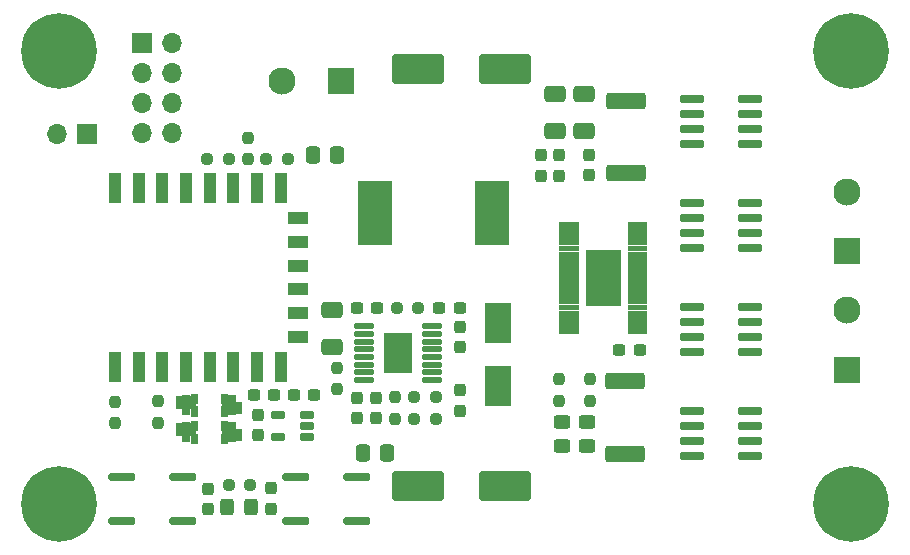
<source format=gbr>
%TF.GenerationSoftware,KiCad,Pcbnew,(6.0.8)*%
%TF.CreationDate,2023-03-12T18:26:40+08:00*%
%TF.ProjectId,STEP_MOTO,53544550-5f4d-44f5-944f-2e6b69636164,rev?*%
%TF.SameCoordinates,Original*%
%TF.FileFunction,Soldermask,Top*%
%TF.FilePolarity,Negative*%
%FSLAX46Y46*%
G04 Gerber Fmt 4.6, Leading zero omitted, Abs format (unit mm)*
G04 Created by KiCad (PCBNEW (6.0.8)) date 2023-03-12 18:26:40*
%MOMM*%
%LPD*%
G01*
G04 APERTURE LIST*
G04 Aperture macros list*
%AMRoundRect*
0 Rectangle with rounded corners*
0 $1 Rounding radius*
0 $2 $3 $4 $5 $6 $7 $8 $9 X,Y pos of 4 corners*
0 Add a 4 corners polygon primitive as box body*
4,1,4,$2,$3,$4,$5,$6,$7,$8,$9,$2,$3,0*
0 Add four circle primitives for the rounded corners*
1,1,$1+$1,$2,$3*
1,1,$1+$1,$4,$5*
1,1,$1+$1,$6,$7*
1,1,$1+$1,$8,$9*
0 Add four rect primitives between the rounded corners*
20,1,$1+$1,$2,$3,$4,$5,0*
20,1,$1+$1,$4,$5,$6,$7,0*
20,1,$1+$1,$6,$7,$8,$9,0*
20,1,$1+$1,$8,$9,$2,$3,0*%
%AMFreePoly0*
4,1,21,0.800354,0.825354,0.800500,0.825000,0.800500,0.300000,0.825000,0.300000,0.825000,-0.300000,0.800500,-0.300000,0.800500,-0.825000,0.800354,-0.825354,0.800000,-0.825500,-0.290000,-0.825500,-0.290354,-0.825354,-0.290500,-0.825000,-0.290500,-0.300000,-0.825000,-0.300000,-0.825000,0.300000,-0.290500,0.300000,-0.290500,0.825000,-0.290354,0.825354,-0.290000,0.825500,0.800000,0.825500,
0.800354,0.825354,0.800354,0.825354,$1*%
%AMFreePoly1*
4,1,21,0.300354,0.825354,0.300500,0.825000,0.300500,0.300000,0.825000,0.300000,0.825000,-0.300000,0.300500,-0.300000,0.300500,-0.825000,0.300354,-0.825354,0.300000,-0.825500,-0.800000,-0.825500,-0.800354,-0.825354,-0.800500,-0.825000,-0.800500,-0.300000,-0.825000,-0.300000,-0.825000,0.300000,-0.800500,0.300000,-0.800500,0.825000,-0.800354,0.825354,-0.800000,0.825500,0.300000,0.825500,
0.300354,0.825354,0.300354,0.825354,$1*%
G04 Aperture macros list end*
%ADD10C,0.010000*%
%ADD11R,1.000000X2.500000*%
%ADD12R,1.800000X1.000000*%
%ADD13RoundRect,0.249999X1.425001X-0.450001X1.425001X0.450001X-1.425001X0.450001X-1.425001X-0.450001X0*%
%ADD14RoundRect,0.237500X0.250000X0.237500X-0.250000X0.237500X-0.250000X-0.237500X0.250000X-0.237500X0*%
%ADD15RoundRect,0.237500X-0.250000X-0.237500X0.250000X-0.237500X0.250000X0.237500X-0.250000X0.237500X0*%
%ADD16RoundRect,0.046900X0.538100X-0.288100X0.538100X0.288100X-0.538100X0.288100X-0.538100X-0.288100X0*%
%ADD17RoundRect,0.237500X0.237500X-0.250000X0.237500X0.250000X-0.237500X0.250000X-0.237500X-0.250000X0*%
%ADD18RoundRect,0.237500X0.237500X-0.300000X0.237500X0.300000X-0.237500X0.300000X-0.237500X-0.300000X0*%
%ADD19RoundRect,0.042000X-0.943000X-0.258000X0.943000X-0.258000X0.943000X0.258000X-0.943000X0.258000X0*%
%ADD20RoundRect,0.237500X-0.237500X0.300000X-0.237500X-0.300000X0.237500X-0.300000X0.237500X0.300000X0*%
%ADD21RoundRect,0.250000X1.950000X1.000000X-1.950000X1.000000X-1.950000X-1.000000X1.950000X-1.000000X0*%
%ADD22RoundRect,0.249999X-1.425001X0.450001X-1.425001X-0.450001X1.425001X-0.450001X1.425001X0.450001X0*%
%ADD23RoundRect,0.250000X-0.325000X-0.450000X0.325000X-0.450000X0.325000X0.450000X-0.325000X0.450000X0*%
%ADD24RoundRect,0.237500X0.300000X0.237500X-0.300000X0.237500X-0.300000X-0.237500X0.300000X-0.237500X0*%
%ADD25R,2.300000X2.300000*%
%ADD26C,2.300000*%
%ADD27C,0.800000*%
%ADD28C,6.400000*%
%ADD29RoundRect,0.250000X-0.450000X0.325000X-0.450000X-0.325000X0.450000X-0.325000X0.450000X0.325000X0*%
%ADD30R,1.700000X1.700000*%
%ADD31O,1.700000X1.700000*%
%ADD32RoundRect,0.250000X-0.650000X0.412500X-0.650000X-0.412500X0.650000X-0.412500X0.650000X0.412500X0*%
%ADD33FreePoly0,270.000000*%
%ADD34FreePoly1,270.000000*%
%ADD35RoundRect,0.250000X-0.337500X-0.475000X0.337500X-0.475000X0.337500X0.475000X-0.337500X0.475000X0*%
%ADD36RoundRect,0.250000X0.650000X-0.412500X0.650000X0.412500X-0.650000X0.412500X-0.650000X-0.412500X0*%
%ADD37RoundRect,0.237500X-0.237500X0.250000X-0.237500X-0.250000X0.237500X-0.250000X0.237500X0.250000X0*%
%ADD38RoundRect,0.020500X-0.764500X-0.184500X0.764500X-0.184500X0.764500X0.184500X-0.764500X0.184500X0*%
%ADD39R,2.480000X3.400000*%
%ADD40RoundRect,0.237500X-0.300000X-0.237500X0.300000X-0.237500X0.300000X0.237500X-0.300000X0.237500X0*%
%ADD41R,2.900000X5.400000*%
%ADD42RoundRect,0.162500X-0.980500X-0.162500X0.980500X-0.162500X0.980500X0.162500X-0.980500X0.162500X0*%
%ADD43R,2.300000X3.500000*%
G04 APERTURE END LIST*
%TO.C,U1*%
G36*
X53700000Y23975000D02*
G01*
X52100000Y23975000D01*
X52100000Y24375000D01*
X53700000Y24375000D01*
X53700000Y23975000D01*
G37*
D10*
X53700000Y23975000D02*
X52100000Y23975000D01*
X52100000Y24375000D01*
X53700000Y24375000D01*
X53700000Y23975000D01*
G36*
X51450000Y20825000D02*
G01*
X48550000Y20825000D01*
X48550000Y25525000D01*
X51450000Y25525000D01*
X51450000Y20825000D01*
G37*
X51450000Y20825000D02*
X48550000Y20825000D01*
X48550000Y25525000D01*
X51450000Y25525000D01*
X51450000Y20825000D01*
G36*
X47900000Y18975000D02*
G01*
X46300000Y18975000D01*
X46300000Y19375000D01*
X47900000Y19375000D01*
X47900000Y18975000D01*
G37*
X47900000Y18975000D02*
X46300000Y18975000D01*
X46300000Y19375000D01*
X47900000Y19375000D01*
X47900000Y18975000D01*
G36*
X47900000Y25475000D02*
G01*
X46300000Y25475000D01*
X46300000Y25875000D01*
X47900000Y25875000D01*
X47900000Y25475000D01*
G37*
X47900000Y25475000D02*
X46300000Y25475000D01*
X46300000Y25875000D01*
X47900000Y25875000D01*
X47900000Y25475000D01*
G36*
X47900000Y21475000D02*
G01*
X46300000Y21475000D01*
X46300000Y21875000D01*
X47900000Y21875000D01*
X47900000Y21475000D01*
G37*
X47900000Y21475000D02*
X46300000Y21475000D01*
X46300000Y21875000D01*
X47900000Y21875000D01*
X47900000Y21475000D01*
G36*
X53700000Y20475000D02*
G01*
X52100000Y20475000D01*
X52100000Y20875000D01*
X53700000Y20875000D01*
X53700000Y20475000D01*
G37*
X53700000Y20475000D02*
X52100000Y20475000D01*
X52100000Y20875000D01*
X53700000Y20875000D01*
X53700000Y20475000D01*
G36*
X47900000Y19975000D02*
G01*
X46300000Y19975000D01*
X46300000Y20375000D01*
X47900000Y20375000D01*
X47900000Y19975000D01*
G37*
X47900000Y19975000D02*
X46300000Y19975000D01*
X46300000Y20375000D01*
X47900000Y20375000D01*
X47900000Y19975000D01*
G36*
X47900000Y22475000D02*
G01*
X46300000Y22475000D01*
X46300000Y22875000D01*
X47900000Y22875000D01*
X47900000Y22475000D01*
G37*
X47900000Y22475000D02*
X46300000Y22475000D01*
X46300000Y22875000D01*
X47900000Y22875000D01*
X47900000Y22475000D01*
G36*
X53700000Y18475000D02*
G01*
X52100000Y18475000D01*
X52100000Y18875000D01*
X53700000Y18875000D01*
X53700000Y18475000D01*
G37*
X53700000Y18475000D02*
X52100000Y18475000D01*
X52100000Y18875000D01*
X53700000Y18875000D01*
X53700000Y18475000D01*
G36*
X47900000Y19475000D02*
G01*
X46300000Y19475000D01*
X46300000Y19875000D01*
X47900000Y19875000D01*
X47900000Y19475000D01*
G37*
X47900000Y19475000D02*
X46300000Y19475000D01*
X46300000Y19875000D01*
X47900000Y19875000D01*
X47900000Y19475000D01*
G36*
X47900000Y24475000D02*
G01*
X46300000Y24475000D01*
X46300000Y24875000D01*
X47900000Y24875000D01*
X47900000Y24475000D01*
G37*
X47900000Y24475000D02*
X46300000Y24475000D01*
X46300000Y24875000D01*
X47900000Y24875000D01*
X47900000Y24475000D01*
G36*
X53700000Y24975000D02*
G01*
X52100000Y24975000D01*
X52100000Y25375000D01*
X53700000Y25375000D01*
X53700000Y24975000D01*
G37*
X53700000Y24975000D02*
X52100000Y24975000D01*
X52100000Y25375000D01*
X53700000Y25375000D01*
X53700000Y24975000D01*
G36*
X47900000Y25975000D02*
G01*
X46300000Y25975000D01*
X46300000Y26375000D01*
X47900000Y26375000D01*
X47900000Y25975000D01*
G37*
X47900000Y25975000D02*
X46300000Y25975000D01*
X46300000Y26375000D01*
X47900000Y26375000D01*
X47900000Y25975000D01*
G36*
X53700000Y24475000D02*
G01*
X52100000Y24475000D01*
X52100000Y24875000D01*
X53700000Y24875000D01*
X53700000Y24475000D01*
G37*
X53700000Y24475000D02*
X52100000Y24475000D01*
X52100000Y24875000D01*
X53700000Y24875000D01*
X53700000Y24475000D01*
G36*
X53700000Y22475000D02*
G01*
X52100000Y22475000D01*
X52100000Y22875000D01*
X53700000Y22875000D01*
X53700000Y22475000D01*
G37*
X53700000Y22475000D02*
X52100000Y22475000D01*
X52100000Y22875000D01*
X53700000Y22875000D01*
X53700000Y22475000D01*
G36*
X47900000Y27475000D02*
G01*
X46300000Y27475000D01*
X46300000Y27875000D01*
X47900000Y27875000D01*
X47900000Y27475000D01*
G37*
X47900000Y27475000D02*
X46300000Y27475000D01*
X46300000Y27875000D01*
X47900000Y27875000D01*
X47900000Y27475000D01*
G36*
X47900000Y20475000D02*
G01*
X46300000Y20475000D01*
X46300000Y20875000D01*
X47900000Y20875000D01*
X47900000Y20475000D01*
G37*
X47900000Y20475000D02*
X46300000Y20475000D01*
X46300000Y20875000D01*
X47900000Y20875000D01*
X47900000Y20475000D01*
G36*
X53700000Y19975000D02*
G01*
X52100000Y19975000D01*
X52100000Y20375000D01*
X53700000Y20375000D01*
X53700000Y19975000D01*
G37*
X53700000Y19975000D02*
X52100000Y19975000D01*
X52100000Y20375000D01*
X53700000Y20375000D01*
X53700000Y19975000D01*
G36*
X53700000Y26475000D02*
G01*
X52100000Y26475000D01*
X52100000Y26875000D01*
X53700000Y26875000D01*
X53700000Y26475000D01*
G37*
X53700000Y26475000D02*
X52100000Y26475000D01*
X52100000Y26875000D01*
X53700000Y26875000D01*
X53700000Y26475000D01*
G36*
X53700000Y18975000D02*
G01*
X52100000Y18975000D01*
X52100000Y19375000D01*
X53700000Y19375000D01*
X53700000Y18975000D01*
G37*
X53700000Y18975000D02*
X52100000Y18975000D01*
X52100000Y19375000D01*
X53700000Y19375000D01*
X53700000Y18975000D01*
G36*
X53700000Y25475000D02*
G01*
X52100000Y25475000D01*
X52100000Y25875000D01*
X53700000Y25875000D01*
X53700000Y25475000D01*
G37*
X53700000Y25475000D02*
X52100000Y25475000D01*
X52100000Y25875000D01*
X53700000Y25875000D01*
X53700000Y25475000D01*
G36*
X53700000Y23475000D02*
G01*
X52100000Y23475000D01*
X52100000Y23875000D01*
X53700000Y23875000D01*
X53700000Y23475000D01*
G37*
X53700000Y23475000D02*
X52100000Y23475000D01*
X52100000Y23875000D01*
X53700000Y23875000D01*
X53700000Y23475000D01*
G36*
X47900000Y20975000D02*
G01*
X46300000Y20975000D01*
X46300000Y21375000D01*
X47900000Y21375000D01*
X47900000Y20975000D01*
G37*
X47900000Y20975000D02*
X46300000Y20975000D01*
X46300000Y21375000D01*
X47900000Y21375000D01*
X47900000Y20975000D01*
G36*
X53700000Y21475000D02*
G01*
X52100000Y21475000D01*
X52100000Y21875000D01*
X53700000Y21875000D01*
X53700000Y21475000D01*
G37*
X53700000Y21475000D02*
X52100000Y21475000D01*
X52100000Y21875000D01*
X53700000Y21875000D01*
X53700000Y21475000D01*
G36*
X47900000Y23975000D02*
G01*
X46300000Y23975000D01*
X46300000Y24375000D01*
X47900000Y24375000D01*
X47900000Y23975000D01*
G37*
X47900000Y23975000D02*
X46300000Y23975000D01*
X46300000Y24375000D01*
X47900000Y24375000D01*
X47900000Y23975000D01*
G36*
X53700000Y20975000D02*
G01*
X52100000Y20975000D01*
X52100000Y21375000D01*
X53700000Y21375000D01*
X53700000Y20975000D01*
G37*
X53700000Y20975000D02*
X52100000Y20975000D01*
X52100000Y21375000D01*
X53700000Y21375000D01*
X53700000Y20975000D01*
G36*
X53700000Y19475000D02*
G01*
X52100000Y19475000D01*
X52100000Y19875000D01*
X53700000Y19875000D01*
X53700000Y19475000D01*
G37*
X53700000Y19475000D02*
X52100000Y19475000D01*
X52100000Y19875000D01*
X53700000Y19875000D01*
X53700000Y19475000D01*
G36*
X47900000Y21975000D02*
G01*
X46300000Y21975000D01*
X46300000Y22375000D01*
X47900000Y22375000D01*
X47900000Y21975000D01*
G37*
X47900000Y21975000D02*
X46300000Y21975000D01*
X46300000Y22375000D01*
X47900000Y22375000D01*
X47900000Y21975000D01*
G36*
X47900000Y26975000D02*
G01*
X46300000Y26975000D01*
X46300000Y27375000D01*
X47900000Y27375000D01*
X47900000Y26975000D01*
G37*
X47900000Y26975000D02*
X46300000Y26975000D01*
X46300000Y27375000D01*
X47900000Y27375000D01*
X47900000Y26975000D01*
G36*
X53700000Y21975000D02*
G01*
X52100000Y21975000D01*
X52100000Y22375000D01*
X53700000Y22375000D01*
X53700000Y21975000D01*
G37*
X53700000Y21975000D02*
X52100000Y21975000D01*
X52100000Y22375000D01*
X53700000Y22375000D01*
X53700000Y21975000D01*
G36*
X47900000Y26475000D02*
G01*
X46300000Y26475000D01*
X46300000Y26875000D01*
X47900000Y26875000D01*
X47900000Y26475000D01*
G37*
X47900000Y26475000D02*
X46300000Y26475000D01*
X46300000Y26875000D01*
X47900000Y26875000D01*
X47900000Y26475000D01*
G36*
X53700000Y27475000D02*
G01*
X52100000Y27475000D01*
X52100000Y27875000D01*
X53700000Y27875000D01*
X53700000Y27475000D01*
G37*
X53700000Y27475000D02*
X52100000Y27475000D01*
X52100000Y27875000D01*
X53700000Y27875000D01*
X53700000Y27475000D01*
G36*
X47900000Y18475000D02*
G01*
X46300000Y18475000D01*
X46300000Y18875000D01*
X47900000Y18875000D01*
X47900000Y18475000D01*
G37*
X47900000Y18475000D02*
X46300000Y18475000D01*
X46300000Y18875000D01*
X47900000Y18875000D01*
X47900000Y18475000D01*
G36*
X47900000Y24975000D02*
G01*
X46300000Y24975000D01*
X46300000Y25375000D01*
X47900000Y25375000D01*
X47900000Y24975000D01*
G37*
X47900000Y24975000D02*
X46300000Y24975000D01*
X46300000Y25375000D01*
X47900000Y25375000D01*
X47900000Y24975000D01*
G36*
X47900000Y23475000D02*
G01*
X46300000Y23475000D01*
X46300000Y23875000D01*
X47900000Y23875000D01*
X47900000Y23475000D01*
G37*
X47900000Y23475000D02*
X46300000Y23475000D01*
X46300000Y23875000D01*
X47900000Y23875000D01*
X47900000Y23475000D01*
G36*
X53700000Y25975000D02*
G01*
X52100000Y25975000D01*
X52100000Y26375000D01*
X53700000Y26375000D01*
X53700000Y25975000D01*
G37*
X53700000Y25975000D02*
X52100000Y25975000D01*
X52100000Y26375000D01*
X53700000Y26375000D01*
X53700000Y25975000D01*
G36*
X53700000Y22975000D02*
G01*
X52100000Y22975000D01*
X52100000Y23375000D01*
X53700000Y23375000D01*
X53700000Y22975000D01*
G37*
X53700000Y22975000D02*
X52100000Y22975000D01*
X52100000Y23375000D01*
X53700000Y23375000D01*
X53700000Y22975000D01*
G36*
X47900000Y22975000D02*
G01*
X46300000Y22975000D01*
X46300000Y23375000D01*
X47900000Y23375000D01*
X47900000Y22975000D01*
G37*
X47900000Y22975000D02*
X46300000Y22975000D01*
X46300000Y23375000D01*
X47900000Y23375000D01*
X47900000Y22975000D01*
G36*
X53700000Y26975000D02*
G01*
X52100000Y26975000D01*
X52100000Y27375000D01*
X53700000Y27375000D01*
X53700000Y26975000D01*
G37*
X53700000Y26975000D02*
X52100000Y26975000D01*
X52100000Y27375000D01*
X53700000Y27375000D01*
X53700000Y26975000D01*
%TO.C,D4*%
G36*
X15612200Y10254400D02*
G01*
X15112200Y10254400D01*
X15112200Y11029400D01*
X15612200Y11029400D01*
X15612200Y10254400D01*
G37*
X15612200Y10254400D02*
X15112200Y10254400D01*
X15112200Y11029400D01*
X15612200Y11029400D01*
X15612200Y10254400D01*
G36*
X18212200Y9179400D02*
G01*
X17712200Y9179400D01*
X17712200Y9954400D01*
X18212200Y9954400D01*
X18212200Y9179400D01*
G37*
X18212200Y9179400D02*
X17712200Y9179400D01*
X17712200Y9954400D01*
X18212200Y9954400D01*
X18212200Y9179400D01*
G36*
X15612200Y9179400D02*
G01*
X15112200Y9179400D01*
X15112200Y9954400D01*
X15612200Y9954400D01*
X15612200Y9179400D01*
G37*
X15612200Y9179400D02*
X15112200Y9179400D01*
X15112200Y9954400D01*
X15612200Y9954400D01*
X15612200Y9179400D01*
G36*
X18212200Y10254400D02*
G01*
X17712200Y10254400D01*
X17712200Y11029400D01*
X18212200Y11029400D01*
X18212200Y10254400D01*
G37*
X18212200Y10254400D02*
X17712200Y10254400D01*
X17712200Y11029400D01*
X18212200Y11029400D01*
X18212200Y10254400D01*
%TO.C,D5*%
G36*
X15612200Y11490800D02*
G01*
X15112200Y11490800D01*
X15112200Y12265800D01*
X15612200Y12265800D01*
X15612200Y11490800D01*
G37*
X15612200Y11490800D02*
X15112200Y11490800D01*
X15112200Y12265800D01*
X15612200Y12265800D01*
X15612200Y11490800D01*
G36*
X18212200Y11490800D02*
G01*
X17712200Y11490800D01*
X17712200Y12265800D01*
X18212200Y12265800D01*
X18212200Y11490800D01*
G37*
X18212200Y11490800D02*
X17712200Y11490800D01*
X17712200Y12265800D01*
X18212200Y12265800D01*
X18212200Y11490800D01*
G36*
X15612200Y12565800D02*
G01*
X15112200Y12565800D01*
X15112200Y13340800D01*
X15612200Y13340800D01*
X15612200Y12565800D01*
G37*
X15612200Y12565800D02*
X15112200Y12565800D01*
X15112200Y13340800D01*
X15612200Y13340800D01*
X15612200Y12565800D01*
G36*
X18212200Y12565800D02*
G01*
X17712200Y12565800D01*
X17712200Y13340800D01*
X18212200Y13340800D01*
X18212200Y12565800D01*
G37*
X18212200Y12565800D02*
X17712200Y12565800D01*
X17712200Y13340800D01*
X18212200Y13340800D01*
X18212200Y12565800D01*
%TD*%
D11*
%TO.C,U2*%
X8717200Y15575000D03*
X10717200Y15575000D03*
X12717200Y15575000D03*
X14717200Y15575000D03*
X16717200Y15575000D03*
X18717200Y15575000D03*
X20717200Y15575000D03*
X22717200Y15575000D03*
D12*
X24217200Y18175000D03*
X24217200Y20175000D03*
X24217200Y22175000D03*
X24217200Y24175000D03*
X24217200Y26175000D03*
X24217200Y28175000D03*
D11*
X22717200Y30775000D03*
X20717200Y30775000D03*
X18717200Y30775000D03*
X16717200Y30775000D03*
X14717200Y30775000D03*
X12717200Y30775000D03*
X10717200Y30775000D03*
X8717200Y30775000D03*
%TD*%
D13*
%TO.C,R6*%
X51892000Y8273600D03*
X51892000Y14373600D03*
%TD*%
D14*
%TO.C,R16*%
X35837300Y11222000D03*
X34012300Y11222000D03*
%TD*%
D15*
%TO.C,R9*%
X16486300Y33193000D03*
X18311300Y33193000D03*
%TD*%
D16*
%TO.C,U8*%
X24943400Y9645900D03*
X24943400Y10585900D03*
X24943400Y11525900D03*
X22503400Y11525900D03*
X22503400Y9645900D03*
%TD*%
D17*
%TO.C,R13*%
X32435600Y11225800D03*
X32435600Y13050800D03*
%TD*%
D18*
%TO.C,C19*%
X16535200Y3555500D03*
X16535200Y5280500D03*
%TD*%
D15*
%TO.C,R15*%
X34012300Y13050800D03*
X35837300Y13050800D03*
%TD*%
D19*
%TO.C,U7*%
X57530000Y11905000D03*
X57530000Y10635000D03*
X57530000Y9365000D03*
X57530000Y8095000D03*
X62470000Y8095000D03*
X62470000Y9365000D03*
X62470000Y10635000D03*
X62470000Y11905000D03*
%TD*%
D20*
%TO.C,C32*%
X29184400Y12998900D03*
X29184400Y11273900D03*
%TD*%
D21*
%TO.C,C9*%
X41750000Y5550000D03*
X34350000Y5550000D03*
%TD*%
D22*
%TO.C,R1*%
X51942800Y38148000D03*
X51942800Y32048000D03*
%TD*%
D23*
%TO.C,D3*%
X18202600Y3754400D03*
X20252600Y3754400D03*
%TD*%
D24*
%TO.C,C36*%
X37870100Y20620000D03*
X36145100Y20620000D03*
%TD*%
%TO.C,C3*%
X53110100Y17064000D03*
X51385100Y17064000D03*
%TD*%
D25*
%TO.C,J5*%
X27823600Y39771600D03*
D26*
X22823600Y39771600D03*
%TD*%
D20*
%TO.C,C40*%
X20827800Y11551100D03*
X20827800Y9826100D03*
%TD*%
%TO.C,C7*%
X44780000Y33522100D03*
X44780000Y31797100D03*
%TD*%
D27*
%TO.C,REF\u002A\u002A*%
X72697056Y2302944D03*
X71000000Y1600000D03*
X69302944Y2302944D03*
X73400000Y4000000D03*
D28*
X71000000Y4000000D03*
D27*
X69302944Y5697056D03*
X68600000Y4000000D03*
X71000000Y6400000D03*
X72697056Y5697056D03*
%TD*%
D29*
%TO.C,D2*%
X46558000Y10917200D03*
X46558000Y8867200D03*
%TD*%
D27*
%TO.C,REF\u002A\u002A*%
X4000000Y44750000D03*
D28*
X4000000Y42350000D03*
D27*
X6400000Y42350000D03*
X2302944Y40652944D03*
X2302944Y44047056D03*
X4000000Y39950000D03*
X1600000Y42350000D03*
X5697056Y40652944D03*
X5697056Y44047056D03*
%TD*%
D20*
%TO.C,C5*%
X46304000Y33522100D03*
X46304000Y31797100D03*
%TD*%
D18*
%TO.C,C34*%
X37922000Y17268300D03*
X37922000Y18993300D03*
%TD*%
D15*
%TO.C,R14*%
X32539100Y20620000D03*
X34364100Y20620000D03*
%TD*%
D30*
%TO.C,J3*%
X11025000Y43000000D03*
D31*
X11025000Y40460000D03*
X11025000Y37920000D03*
X11025000Y35380000D03*
X13565000Y35380000D03*
X13565000Y37920000D03*
X13565000Y40460000D03*
X13565000Y43000000D03*
%TD*%
D15*
%TO.C,R5*%
X18315100Y5583200D03*
X20140100Y5583200D03*
%TD*%
D32*
%TO.C,C4*%
X48437600Y38742200D03*
X48437600Y35617200D03*
%TD*%
D33*
%TO.C,D4*%
X18612200Y10104400D03*
D34*
X14712200Y10104400D03*
%TD*%
D25*
%TO.C,J2*%
X70639600Y15384800D03*
D26*
X70639600Y20384800D03*
%TD*%
D35*
%TO.C,L1*%
X29696300Y8301000D03*
X31771300Y8301000D03*
%TD*%
D36*
%TO.C,C1*%
X45948400Y35618300D03*
X45948400Y38743300D03*
%TD*%
D37*
%TO.C,R12*%
X27508000Y15538100D03*
X27508000Y13713100D03*
%TD*%
D15*
%TO.C,R11*%
X21517400Y33193000D03*
X23342400Y33193000D03*
%TD*%
D19*
%TO.C,U6*%
X57530000Y20688334D03*
X57530000Y19418334D03*
X57530000Y18148334D03*
X57530000Y16878334D03*
X62470000Y16878334D03*
X62470000Y18148334D03*
X62470000Y19418334D03*
X62470000Y20688334D03*
%TD*%
D17*
%TO.C,R7*%
X8737400Y10841000D03*
X8737400Y12666000D03*
%TD*%
%TO.C,R10*%
X19938800Y33194900D03*
X19938800Y35019900D03*
%TD*%
D38*
%TO.C,U5*%
X29819600Y19034200D03*
X29819600Y18384200D03*
X29819600Y17734200D03*
X29819600Y17084200D03*
X29819600Y16434200D03*
X29819600Y15784200D03*
X29819600Y15134200D03*
X29819600Y14484200D03*
X35559600Y14484200D03*
X35559600Y15134200D03*
X35559600Y15784200D03*
X35559600Y16434200D03*
X35559600Y17084200D03*
X35559600Y17734200D03*
X35559600Y18384200D03*
X35559600Y19034200D03*
D39*
X32689600Y16759200D03*
%TD*%
D19*
%TO.C,U4*%
X57530000Y29471667D03*
X57530000Y28201667D03*
X57530000Y26931667D03*
X57530000Y25661667D03*
X62470000Y25661667D03*
X62470000Y26931667D03*
X62470000Y28201667D03*
X62470000Y29471667D03*
%TD*%
D36*
%TO.C,C31*%
X27101600Y17330300D03*
X27101600Y20455300D03*
%TD*%
D40*
%TO.C,C28*%
X20447900Y13254000D03*
X22172900Y13254000D03*
%TD*%
D18*
%TO.C,C6*%
X48844000Y31846800D03*
X48844000Y33571800D03*
%TD*%
D17*
%TO.C,R8*%
X12369600Y10868300D03*
X12369600Y12693300D03*
%TD*%
D28*
%TO.C,REF\u002A\u002A*%
X71000000Y42350000D03*
D27*
X73400000Y42350000D03*
X72697056Y44047056D03*
X71000000Y39950000D03*
X68600000Y42350000D03*
X69302944Y40652944D03*
X69302944Y44047056D03*
X72697056Y40652944D03*
X71000000Y44750000D03*
%TD*%
D20*
%TO.C,C35*%
X37871200Y13608500D03*
X37871200Y11883500D03*
%TD*%
D30*
%TO.C,J4*%
X6299000Y35352000D03*
D31*
X3759000Y35352000D03*
%TD*%
D41*
%TO.C,L3*%
X40611400Y28595600D03*
X30711400Y28595600D03*
%TD*%
D27*
%TO.C,REF\u002A\u002A*%
X4000000Y6400000D03*
X5697056Y5697056D03*
X2302944Y5697056D03*
D28*
X4000000Y4000000D03*
D27*
X1600000Y4000000D03*
X6400000Y4000000D03*
X4000000Y1600000D03*
X5697056Y2302944D03*
X2302944Y2302944D03*
%TD*%
D19*
%TO.C,U3*%
X57530000Y38255000D03*
X57530000Y36985000D03*
X57530000Y35715000D03*
X57530000Y34445000D03*
X62470000Y34445000D03*
X62470000Y35715000D03*
X62470000Y36985000D03*
X62470000Y38255000D03*
%TD*%
D35*
%TO.C,L2*%
X25450600Y33574000D03*
X27525600Y33574000D03*
%TD*%
D24*
%TO.C,C37*%
X30910500Y20620000D03*
X29185500Y20620000D03*
%TD*%
D21*
%TO.C,C11*%
X41750000Y40800000D03*
X34350000Y40800000D03*
%TD*%
D17*
%TO.C,R4*%
X48894800Y12746000D03*
X48894800Y14571000D03*
%TD*%
D20*
%TO.C,C33*%
X30810000Y12998900D03*
X30810000Y11273900D03*
%TD*%
D17*
%TO.C,R2*%
X46304000Y12746000D03*
X46304000Y14571000D03*
%TD*%
D25*
%TO.C,J1*%
X70637200Y25384400D03*
D26*
X70637200Y30384400D03*
%TD*%
D42*
%TO.C,SW1*%
X29167000Y2586000D03*
X24067000Y2586000D03*
X29167000Y6286000D03*
X24067000Y6286000D03*
%TD*%
D18*
%TO.C,C2*%
X21920000Y3603100D03*
X21920000Y5328100D03*
%TD*%
D33*
%TO.C,D5*%
X18612200Y12415800D03*
D34*
X14712200Y12415800D03*
%TD*%
D43*
%TO.C,D6*%
X41122400Y19357600D03*
X41122400Y13957600D03*
%TD*%
D24*
%TO.C,C27*%
X25576500Y13254000D03*
X23851500Y13254000D03*
%TD*%
D29*
%TO.C,D1*%
X48640800Y10926200D03*
X48640800Y8876200D03*
%TD*%
D42*
%TO.C,SW2*%
X14427000Y2586000D03*
X9327000Y2586000D03*
X14427000Y6286000D03*
X9327000Y6286000D03*
%TD*%
M02*

</source>
